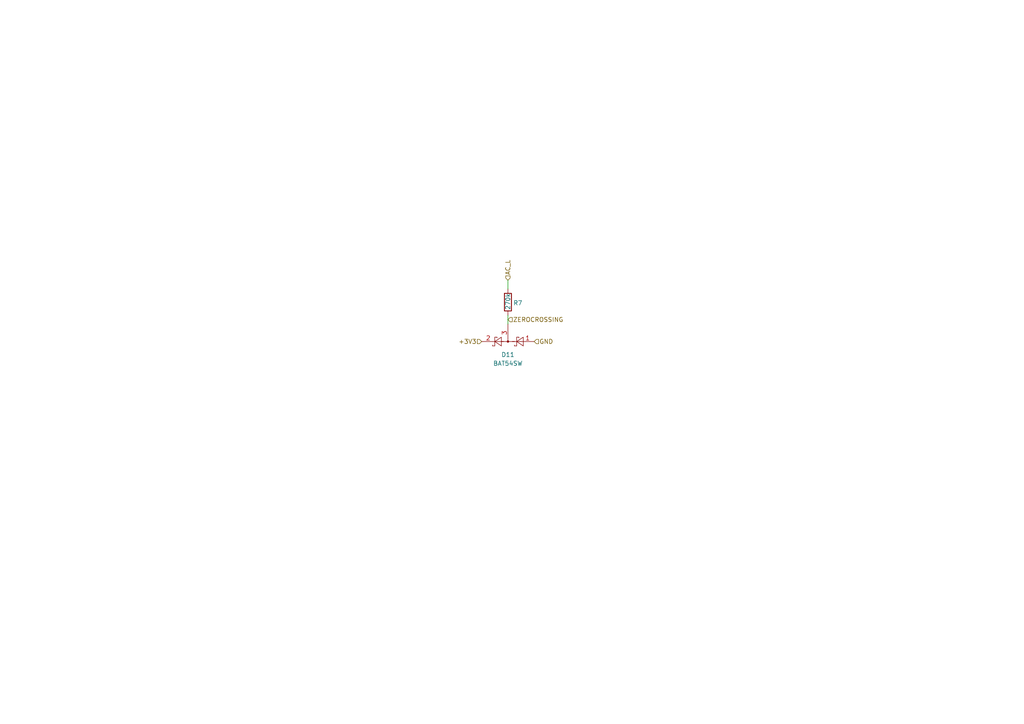
<source format=kicad_sch>
(kicad_sch (version 20231120) (generator "eeschema") (generator_version "8.0")
  (paper "A4")
  (lib_symbols
    (symbol "Device:R" (pin_numbers hide) (pin_names (offset 0))
      (property "Reference" "R" (at 2.032 0 90))
      (property "Value" "R" (at 0 0 90))
      (symbol "R_0_1"
        (rectangle (start -1.016 -2.54) (end 1.016 2.54) (stroke (width 0.254)))
      )
      (symbol "R_1_1"
        (pin passive line (at 0 3.81 270) (length 1.27) (name "~") (number "1"))
        (pin passive line (at 0 -3.81 90) (length 1.27) (name "~") (number "2"))
      )
    )
    (symbol "Diode:BAT54SW" (pin_names (offset 1.016))
      (property "Reference" "D" (at 0.635 -3.81 0))
      (property "Value" "BAT54SW" (at -6.35 3.175 0))
      (symbol "BAT54SW_0_1"
        (polyline (pts (xy -3.81 0) (xy -1.27 0)))
        (polyline (pts (xy -3.175 -1.27) (xy -3.175 -1.016)))
        (polyline (pts (xy -2.54 -1.27) (xy -3.175 -1.27)))
        (polyline (pts (xy -2.54 -1.27) (xy -2.54 1.27)))
        (polyline (pts (xy -2.54 1.27) (xy -1.905 1.27)))
        (polyline (pts (xy -1.905 0) (xy 1.905 0)))
        (polyline (pts (xy -1.905 1.27) (xy -1.905 1.016)))
        (polyline (pts (xy 1.27 0) (xy 3.81 0)))
        (polyline (pts (xy 3.175 -1.27) (xy 3.175 -1.016)))
        (polyline (pts (xy 3.81 -1.27) (xy 3.175 -1.27)))
        (polyline (pts (xy 3.81 -1.27) (xy 3.81 1.27)))
        (polyline (pts (xy 3.81 1.27) (xy 4.445 1.27)))
        (polyline (pts (xy 4.445 1.27) (xy 4.445 1.016)))
        (polyline (pts (xy -4.445 1.27) (xy -4.445 -1.27) (xy -2.54 0) (xy -4.445 1.27)))
        (polyline (pts (xy 1.905 1.27) (xy 1.905 -1.27) (xy 3.81 0) (xy 1.905 1.27)))
        (circle (center 0 0) (radius 0.254) (fill (type outline)))
      )
      (symbol "BAT54SW_1_1"
        (pin passive line (at -7.62 0 0) (length 3.81) (name "~") (number "1"))
        (pin passive line (at 7.62 0 180) (length 3.81) (name "~") (number "2"))
        (pin passive line (at 0 -5.08 90) (length 5.08) (name "~") (number "3"))
      )
    )
  )
  (wire (pts (xy 147.32 81.28) (xy 147.32 83.82)))
  (wire (pts (xy 147.32 93.98) (xy 147.32 91.44)))
  (hierarchical_label "ZEROCROSSING" (shape input) (at 147.32 92.71 0))
  (hierarchical_label "GND" (shape input) (at 154.94 99.06 0))
  (hierarchical_label "+3V3" (shape input) (at 139.7 99.06 180))
  (hierarchical_label "AC_L" (shape input) (at 147.32 81.28 90))
  (symbol (lib_id "Diode:BAT54SW") (at 147.32 99.06 180) (unit 1)
    (property "Reference" "D11" (at 147.32 102.87 0))
    (property "Value" "BAT54SW" (at 147.32 105.41 0))
    (property "Footprint" "Package_TO_SOT_SMD:SOT-23" (effects (hide yes)))
    (property "Datasheet" "https://assets.nexperia.com/documents/data-sheet/BAT54W_SER.pdf" (effects (hide yes)))
  )
  (symbol (lib_id "Device:R") (at 147.32 87.63 0) (unit 1)
    (property "Reference" "R7" (at 148.844 87.884 0) (effects (justify left)))
    (property "Value" "270k" (at 147.32 89.916 90) (effects (justify left)))
    (property "Footprint" "Resistor_SMD:R_MELF_MMB-0207" (effects (hide yes)))
    (property "Description" "Resistor" (effects (hide yes)))
  )
)
</source>
